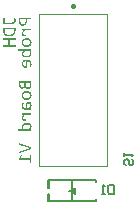
<source format=gbo>
%FSTAX24Y24*%
%MOIN*%
%SFA1B1*%

%IPPOS*%
%ADD11C,0.005910*%
%ADD13C,0.006000*%
%ADD22C,0.011810*%
%ADD23C,0.003940*%
%LNprobe-1*%
%LPD*%
G36*
X000762Y011504D02*
X000764Y011498D01*
X000765Y011496*
X000766Y011494*
X000767Y011492*
X000767Y011492*
X00077Y011484*
X000771Y01148*
X000772Y011477*
X000773Y011474*
X000774Y011472*
X000774Y01147*
Y01147*
X000776Y011461*
X000777Y011457*
X000777Y011453*
X000778Y01145*
X000779Y011448*
X000779Y011446*
Y011446*
X00078Y011436*
X00078Y011432*
Y011428*
X000781Y011425*
Y011421*
X00078Y011409*
X000779Y011398*
X000777Y011388*
X000776Y011384*
X000775Y01138*
X000775Y011377*
X000774Y011374*
X000773Y011371*
X000772Y011368*
X000772Y011367*
X000771Y011365*
X000771Y011364*
Y011364*
X000766Y011355*
X000762Y011347*
X000757Y011341*
X000753Y011335*
X000749Y011331*
X000746Y011327*
X000743Y011325*
X000743Y011324*
X000743*
X000736Y011319*
X000729Y011314*
X000722Y01131*
X000715Y011306*
X00071Y011304*
X000707Y011303*
X000705Y011302*
X000704Y011301*
X000703Y011301*
X000702Y0113*
X000701*
X000692Y011298*
X000684Y011296*
X000675Y011294*
X000667Y011293*
X000664Y011293*
X000661Y011293*
X000658*
X000656Y011292*
X000654*
X000653*
X000652*
X000652*
X000368*
Y011504*
X000416*
Y011349*
X000652*
X000659Y011349*
X000665Y01135*
X000672Y011351*
X000678Y011352*
X000683Y011353*
X000688Y011355*
X000692Y011357*
X000696Y011358*
X0007Y01136*
X000703Y011362*
X000706Y011363*
X000708Y011365*
X000709Y011366*
X00071Y011367*
X000711Y011367*
X000712Y011368*
X000715Y011371*
X000718Y011375*
X000721Y011379*
X000723Y011384*
X000725Y011388*
X000727Y011392*
X00073Y011401*
X00073Y011405*
X000731Y011408*
X000731Y011412*
X000732Y011414*
X000732Y011417*
Y01142*
X000732Y011429*
X000731Y011437*
X00073Y011445*
X000728Y011452*
X000726Y011458*
X000726Y011461*
X000725Y011463*
X000725Y011464*
X000724Y011466*
X000724Y011467*
Y011467*
X000721Y011476*
X000717Y011484*
X000714Y011491*
X00071Y011497*
X000707Y011502*
X000705Y011504*
X000704Y011506*
X000703Y011507*
X000703Y011509*
X000702Y011509*
Y01151*
X000758*
X000762Y011504*
G37*
G36*
X001304Y011454D02*
X001158D01*
Y011403*
X001157Y011388*
X001157Y011381*
X001156Y011374*
X001155Y011368*
X001154Y011362*
X001153Y011356*
X001152Y011351*
X001151Y011346*
X00115Y011342*
X001149Y011339*
X001147Y011336*
X001147Y011334*
X001146Y011332*
X001146Y011331*
Y011331*
X001141Y011319*
X001136Y01131*
X001131Y011301*
X001128Y011297*
X001125Y011294*
X001123Y011291*
X001121Y011288*
X001119Y011286*
X001117Y011284*
X001116Y011282*
X001115Y011281*
X001115Y011281*
X001114Y01128*
X001107Y011273*
X001099Y011267*
X001092Y011262*
X001085Y011258*
X001079Y011255*
X001077Y011254*
X001075Y011253*
X001073Y011252*
X001072Y011251*
X001071Y011251*
X00107*
X001061Y011248*
X001052Y011245*
X001044Y011244*
X001036Y011242*
X001033Y011242*
X00103Y011242*
X001027*
X001025Y011241*
X001023*
X001022*
X001021*
X001021*
X001009Y011242*
X000998Y011243*
X000992Y011244*
X000988Y011245*
X000983Y011247*
X000979Y011248*
X000976Y011249*
X000973Y01125*
X00097Y011251*
X000967Y011252*
X000966Y011253*
X000964Y011253*
X000964Y011254*
X000963*
X000955Y011259*
X000947Y011265*
X00094Y01127*
X000935Y011276*
X00093Y011281*
X000927Y011284*
X000926Y011286*
X000925Y011287*
X000924Y011287*
Y011288*
X000919Y011296*
X000915Y011304*
X000911Y011312*
X000908Y01132*
X000906Y011324*
X000905Y011327*
X000905Y011329*
X000904Y011332*
X000903Y011334*
X000903Y011335*
X000903Y011336*
Y011337*
X0009Y011347*
X000898Y011358*
X000897Y011367*
X000896Y011376*
Y01138*
X000896Y011384*
Y011387*
X000896Y011389*
Y01151*
X001304*
Y011454*
G37*
G36*
Y011089D02*
X001103D01*
X001096Y011083*
X00109Y011078*
X001084Y011074*
X001079Y01107*
X001075Y011066*
X001073Y011063*
X001071Y011062*
X00107Y011061*
X001065Y011056*
X001061Y011052*
X001057Y011047*
X001054Y011044*
X001051Y011041*
X001049Y011038*
X001048Y011037*
X001048Y011036*
X001045Y011032*
X001042Y011028*
X00104Y011024*
X001039Y01102*
X001037Y011017*
X001036Y011015*
X001035Y011014*
Y011013*
X001034Y011009*
X001033Y011005*
X001032Y011002*
X001032Y010998*
Y010995*
X001031Y010993*
Y010991*
X001032Y010987*
X001032Y010983*
X001034Y010975*
X001037Y010969*
X001041Y010963*
X001044Y010959*
X001047Y010956*
X001049Y010954*
X00105Y010954*
X00105*
X001054Y010951*
X001058Y010949*
X001067Y010946*
X001077Y010944*
X001087Y010943*
X001092Y010942*
X001096Y010942*
X0011*
X001103Y010941*
X001106*
X001108*
X00111*
X00111*
Y010886*
X001099*
X001088Y010886*
X001078Y010887*
X001069Y010889*
X001061Y010891*
X001053Y010893*
X001046Y010895*
X00104Y010897*
X001034Y0109*
X00103Y010902*
X001026Y010904*
X001022Y010906*
X00102Y010907*
X001018Y010909*
X001017Y010909*
X001016Y01091*
X001011Y010914*
X001006Y01092*
X001001Y010926*
X000998Y010932*
X000995Y010938*
X000992Y010944*
X00099Y01095*
X000988Y010956*
X000987Y010962*
X000986Y010967*
X000985Y010971*
X000985Y010976*
Y010979*
X000984Y010981*
Y010989*
X000985Y010994*
X000987Y011004*
X000989Y011013*
X000992Y011021*
X000993Y011025*
X000995Y011028*
X000996Y011031*
X000997Y011033*
X000998Y011035*
X000999Y011037*
X000999Y011038*
X001Y011038*
X001003Y011043*
X001006Y011048*
X001014Y011058*
X001022Y011067*
X00103Y011075*
X001033Y011079*
X001037Y011083*
X00104Y011086*
X001043Y011088*
X001045Y01109*
X001047Y011091*
X001048Y011092*
X001048Y011093*
X00099Y011095*
Y011144*
X001304*
Y011089*
G37*
G36*
X000776Y011093D02*
X000776Y011079D01*
X000775Y011066*
X000774Y01106*
X000774Y011054*
X000773Y011049*
X000772Y011044*
X000772Y011039*
X000771Y011036*
X000771Y011032*
X00077Y011029*
X000769Y011027*
X000769Y011025*
X000769Y011024*
Y011024*
X000766Y011013*
X000763Y011002*
X000759Y010993*
X000757Y010989*
X000756Y010985*
X000754Y010982*
X000753Y010979*
X000751Y010976*
X00075Y010974*
X00075Y010972*
X000749Y010971*
X000748Y01097*
Y01097*
X000743Y010962*
X000738Y010954*
X000732Y010947*
X000727Y010942*
X000723Y010937*
X000719Y010934*
X000718Y010932*
X000717Y010931*
X000716Y010931*
X000716Y010931*
X000709Y010925*
X000701Y01092*
X000694Y010915*
X000688Y010912*
X000682Y010909*
X00068Y010908*
X000678Y010907*
X000676Y010906*
X000675Y010905*
X000674Y010905*
X000674*
X000665Y010902*
X000656Y010898*
X000648Y010896*
X00064Y010894*
X000637Y010893*
X000633Y010893*
X000631Y010892*
X000628Y010891*
X000627Y010891*
X000625*
X000624Y01089*
X000624*
X000614Y010889*
X000604Y010888*
X000594Y010887*
X000586Y010886*
X000582Y010886*
X000578*
X000575Y010886*
X000572*
X00057*
X000569*
X000568*
X000568*
X000549Y010886*
X000532Y010888*
X000516Y01089*
X000501Y010893*
X000488Y010897*
X000475Y010901*
X000464Y010905*
X000454Y010909*
X000445Y010914*
X000438Y010918*
X000432Y010922*
X000426Y010926*
X000422Y010928*
X000419Y010931*
X000418Y010932*
X000417Y010933*
X000408Y010942*
X000401Y010953*
X000394Y010963*
X000388Y010975*
X000384Y010987*
X00038Y010999*
X000376Y011011*
X000374Y011022*
X000372Y011033*
X00037Y011043*
X000369Y011052*
X000369Y011056*
X000368Y01106*
X000368Y011063*
Y011069*
X000368Y011071*
Y011181*
X000776*
Y011093*
G37*
G36*
Y010773D02*
X000589D01*
Y010601*
X000776*
Y010545*
X000368*
Y010601*
X00054*
Y010773*
X000368*
Y010828*
X000776*
Y010773*
G37*
G36*
X001163Y010826D02*
X001176Y010825D01*
X001182Y010824*
X001188Y010823*
X001193Y010822*
X001198Y010821*
X001203Y01082*
X001206Y01082*
X00121Y010819*
X001213Y010818*
X001215Y010818*
X001217Y010817*
X001218Y010817*
X001218*
X001229Y010812*
X001239Y010808*
X001247Y010803*
X001251Y010801*
X001255Y010799*
X001258Y010797*
X001261Y010795*
X001263Y010793*
X001265Y010792*
X001267Y01079*
X001268Y010789*
X001268Y010789*
X001269Y010788*
X001276Y010781*
X001282Y010774*
X001287Y010766*
X001292Y010759*
X001295Y010752*
X001296Y01075*
X001297Y010748*
X001298Y010745*
X001299Y010744*
X001299Y010743*
Y010743*
X001303Y010733*
X001305Y010722*
X001307Y010712*
X001308Y010703*
X001309Y010698*
X001309Y010694*
X001309Y010691*
Y010688*
X00131Y010686*
Y010682*
X001309Y010669*
X001308Y010658*
X001307Y010652*
X001306Y010647*
X001305Y010642*
X001304Y010638*
X001303Y010634*
X001302Y01063*
X001301Y010627*
X001299Y010624*
X001299Y010622*
X001298Y010621*
X001298Y01062*
Y01062*
X001293Y010609*
X001287Y0106*
X001282Y010592*
X001276Y010585*
X001274Y010582*
X001271Y01058*
X001269Y010578*
X001268Y010576*
X001266Y010574*
X001265Y010573*
X001264Y010573*
X001264Y010572*
X001255Y010565*
X001247Y010559*
X001238Y010554*
X00123Y01055*
X001226Y010548*
X001222Y010547*
X001219Y010546*
X001217Y010545*
X001215Y010543*
X001213Y010543*
X001212Y010542*
X001212*
X0012Y010539*
X001188Y010537*
X001177Y010534*
X001172Y010534*
X001167Y010533*
X001162Y010533*
X001158*
X001154Y010532*
X001151Y010532*
X001148*
X001146*
X001145*
X001145*
X001131Y010532*
X001118Y010533*
X001111Y010534*
X001106Y010535*
X001101Y010536*
X001096Y010537*
X001091Y010538*
X001087Y010539*
X001084Y01054*
X001081Y01054*
X001079Y010541*
X001077Y010542*
X001076Y010542*
X001076*
X001065Y010546*
X001056Y010551*
X001047Y010555*
X001043Y010558*
X00104Y01056*
X001036Y010562*
X001034Y010564*
X001031Y010566*
X001029Y010567*
X001028Y010569*
X001027Y01057*
X001026Y01057*
X001026Y010571*
X001019Y010578*
X001013Y010585*
X001007Y010593*
X001003Y0106*
X001Y010606*
X000998Y010609*
X000997Y010611*
X000996Y010613*
X000996Y010615*
X000995Y010615*
Y010616*
X000992Y010626*
X000989Y010636*
X000987Y010647*
X000986Y010656*
X000985Y01066*
X000985Y010664*
X000985Y010667*
X000984Y010671*
Y010676*
X000985Y010689*
X000986Y010701*
X000987Y010706*
X000988Y010711*
X000989Y010716*
X00099Y010721*
X000992Y010725*
X000993Y010728*
X000994Y010732*
X000994Y010734*
X000996Y010736*
X000996Y010738*
X000997Y010739*
Y010739*
X001001Y010749*
X001007Y010758*
X001013Y010766*
X001018Y010773*
X001021Y010776*
X001023Y010779*
X001025Y010781*
X001027Y010783*
X001028Y010784*
X00103Y010785*
X00103Y010786*
X001031Y010786*
X001039Y010793*
X001048Y010799*
X001056Y010804*
X001065Y010809*
X001068Y01081*
X001072Y010812*
X001075Y010813*
X001077Y010814*
X001079Y010815*
X001081Y010816*
X001082Y010816*
X001082*
X001094Y01082*
X001106Y010822*
X001117Y010824*
X001122Y010825*
X001127Y010825*
X001132Y010826*
X001136*
X00114Y010826*
X001143Y010826*
X001145*
X001147*
X001149*
X001149*
X001163Y010826*
G37*
G36*
X00129Y010443D02*
X001293Y010432D01*
X001296Y010423*
X001298Y010414*
X001299Y01041*
X0013Y010407*
X001301Y010404*
X001302Y010401*
X001302Y010399*
X001302Y010397*
X001303Y010396*
Y010396*
X001304Y010385*
X001306Y010375*
X001306Y010365*
X001307Y010356*
X001307Y010353*
Y01035*
X001308Y010346*
Y010339*
X001307Y010326*
X001306Y010314*
X001305Y010308*
X001304Y010303*
X001303Y010298*
X001302Y010294*
X001301Y01029*
X0013Y010286*
X001299Y010283*
X001298Y01028*
X001298Y010278*
X001297Y010276*
X001297Y010275*
Y010275*
X001292Y010265*
X001287Y010255*
X001281Y010247*
X001276Y01024*
X001273Y010237*
X001271Y010234*
X001269Y010232*
X001267Y01023*
X001266Y010229*
X001265Y010228*
X001264Y010227*
X001264Y010227*
X001255Y01022*
X001246Y010213*
X001238Y010208*
X00123Y010204*
X001226Y010202*
X001222Y010201*
X001219Y010199*
X001217Y010198*
X001214Y010197*
X001213Y010197*
X001212Y010196*
X001212*
X0012Y010192*
X001188Y01019*
X001176Y010188*
X00117Y010187*
X001165Y010186*
X00116Y010186*
X001155Y010186*
X001152Y010185*
X001148Y010185*
X001145*
X001143*
X001142*
X001142*
X001128Y010185*
X001116Y010186*
X001111Y010187*
X001106Y010187*
X001101Y010188*
X001096Y010189*
X001092Y010189*
X001088Y01019*
X001085Y01019*
X001082Y010191*
X00108Y010191*
X001078Y010192*
X001077Y010192*
X001077*
X001067Y010195*
X001057Y010198*
X001049Y010202*
X001041Y010205*
X001038Y010207*
X001035Y010208*
X001033Y010209*
X001031Y01021*
X00103Y010211*
X001028Y010212*
X001028Y010213*
X001027*
X00102Y010218*
X001014Y010224*
X001008Y010229*
X001004Y010235*
X001Y01024*
X000998Y010243*
X000997Y010245*
X000996Y010246*
X000996Y010246*
Y010247*
X000992Y010254*
X000989Y010263*
X000987Y01027*
X000986Y010278*
X000985Y010284*
X000985Y010287*
X000984Y01029*
Y010294*
X000985Y010305*
X000986Y010316*
X000989Y010326*
X00099Y01033*
X000991Y010334*
X000992Y010338*
X000993Y010341*
X000994Y010344*
X000996Y010347*
X000996Y010348*
X000997Y01035*
X000998Y010351*
Y010351*
X001Y010356*
X001003Y010361*
X00101Y01037*
X001017Y010379*
X001025Y010386*
X001028Y01039*
X001031Y010393*
X001034Y010395*
X001037Y010397*
X001039Y010399*
X001041Y010401*
X001042Y010401*
X001042Y010402*
X000984Y010399*
X000862*
Y010453*
X001286*
X00129Y010443*
G37*
G36*
X001162Y010115D02*
X001175Y010114D01*
X00118Y010113*
X001186Y010112*
X001192Y010111*
X001196Y01011*
X001201Y01011*
X001205Y010109*
X001208Y010108*
X001211Y010108*
X001213Y010107*
X001215Y010107*
X001216Y010106*
X001216*
X001227Y010102*
X001237Y010098*
X001246Y010094*
X00125Y010091*
X001253Y010089*
X001256Y010087*
X001259Y010085*
X001261Y010083*
X001263Y010082*
X001265Y010081*
X001266Y01008*
X001267Y010079*
X001267Y010079*
X001275Y010072*
X001281Y010064*
X001286Y010056*
X001291Y010048*
X001294Y010041*
X001296Y010038*
X001297Y010036*
X001298Y010034*
X001298Y010032*
X001299Y010031*
Y010031*
X001302Y01002*
X001305Y010008*
X001307Y009996*
X001308Y009985*
X001309Y00998*
X001309Y009976*
X001309Y009972*
Y009968*
X00131Y009965*
Y009962*
X001309Y00995*
X001309Y00994*
X001308Y00993*
X001308Y009926*
X001307Y009921*
X001307Y009918*
X001307Y009914*
Y009911*
X001306Y009908*
X001306Y009906*
X001306Y009905*
Y009904*
X001304Y009893*
X001303Y009884*
X001301Y009875*
X001299Y009868*
X001298Y009865*
X001298Y009862*
X001297Y009859*
X001296Y009857*
X001296Y009855*
X001296Y009854*
X001295Y009854*
Y009853*
X001251*
X001253Y009861*
X001254Y009865*
X001254Y009868*
X001255Y009871*
X001256Y009873*
X001256Y009874*
Y009875*
X001258Y009884*
X001258Y009888*
X001259Y009892*
X00126Y009895*
X00126Y009898*
X00126Y009899*
Y0099*
X001261Y00991*
X001262Y009914*
X001262Y009918*
X001263Y009921*
Y009924*
X001263Y009926*
Y009927*
X001264Y009937*
Y009941*
X001264Y009945*
Y009954*
X001264Y009963*
X001263Y009972*
X001262Y00998*
X00126Y009987*
X001258Y009994*
X001256Y010001*
X001254Y010006*
X001251Y010012*
X001249Y010016*
X001246Y01002*
X001244Y010024*
X001243Y010026*
X001241Y010029*
X001239Y01003*
X001239Y010031*
X001238Y010031*
X001233Y010036*
X001228Y01004*
X001222Y010044*
X001216Y010047*
X00121Y010049*
X001204Y010051*
X001198Y010053*
X001192Y010055*
X001186Y010056*
X001181Y010057*
X001176Y010057*
X001172Y010058*
X001169*
X001167Y010058*
X001165*
X001164*
Y009838*
X00116Y009837*
X001155Y009837*
X001153Y009837*
X001152*
X001151*
X00115*
X001147*
X001144Y009836*
X001141*
X001137*
X001135*
X001133*
X001131*
X001131*
X001118Y009837*
X001107Y009838*
X001097Y009839*
X001092Y00984*
X001088Y009841*
X001084Y009842*
X001081Y009843*
X001077Y009843*
X001075Y009844*
X001073Y009845*
X001072Y009845*
X00107Y009845*
X00107*
X00106Y009849*
X001051Y009853*
X001044Y009857*
X001037Y009862*
X001034Y009864*
X001032Y009866*
X00103Y009868*
X001028Y009869*
X001026Y00987*
X001025Y009871*
X001025Y009871*
X001024Y009872*
X001018Y009879*
X001011Y009886*
X001007Y009893*
X001002Y009899*
X000999Y009905*
X000998Y009908*
X000997Y00991*
X000996Y009912*
X000995Y009913*
X000995Y009914*
Y009914*
X000991Y009924*
X000989Y009934*
X000987Y009944*
X000986Y009953*
X000985Y009957*
Y009961*
X000985Y009964*
X000984Y009967*
Y009973*
X000985Y009985*
X000986Y009996*
X000989Y010007*
X00099Y010011*
X000991Y010015*
X000992Y01002*
X000993Y010023*
X000994Y010026*
X000996Y010028*
X000996Y01003*
X000997Y010032*
X000998Y010033*
Y010033*
X001003Y010042*
X001009Y010051*
X001015Y010059*
X001021Y010065*
X001025Y010071*
X001028Y010073*
X00103Y010074*
X001031Y010076*
X001032Y010077*
X001033Y010077*
X001033Y010078*
X001042Y010084*
X001051Y01009*
X001059Y010095*
X001067Y010099*
X001071Y0101*
X001075Y010102*
X001077Y010103*
X00108Y010104*
X001082Y010105*
X001084Y010105*
X001085Y010106*
X001085*
X001096Y010109*
X001107Y010111*
X001118Y010113*
X001127Y010114*
X001132Y010114*
X001136Y010115*
X001139*
X001142Y010115*
X001145*
X001146*
X001147*
X001148*
X001162Y010115*
G37*
G36*
X001304Y009293D02*
X001304Y00928D01*
X001303Y009268*
X001302Y009262*
X001302Y009256*
X001301Y009251*
X0013Y009246*
X001299Y009242*
X001298Y009238*
X001298Y009235*
X001297Y009233*
X001297Y00923*
X001296Y009229*
X001296Y009228*
Y009227*
X001293Y009217*
X001289Y009207*
X001285Y009199*
X001281Y009191*
X001279Y009188*
X001278Y009185*
X001276Y009183*
X001275Y009181*
X001274Y009179*
X001273Y009178*
X001272Y009177*
Y009177*
X001266Y00917*
X00126Y009163*
X001253Y009158*
X001247Y009153*
X001242Y00915*
X00124Y009148*
X001238Y009147*
X001236Y009146*
X001235Y009145*
X001235Y009145*
X001234*
X001226Y009141*
X001217Y009139*
X001208Y009136*
X0012Y009135*
X001196Y009135*
X001193Y009134*
X001189Y009134*
X001187Y009134*
X001185*
X001184*
X001183*
X001182*
X001175Y009134*
X001168Y009135*
X001162Y009136*
X001156Y009137*
X001152Y009138*
X001149Y009139*
X001146Y00914*
X001146Y00914*
X00114Y009143*
X001134Y009146*
X00113Y009149*
X001126Y009152*
X001122Y009154*
X00112Y009156*
X001118Y009158*
X001118Y009158*
X001113Y009162*
X001109Y009167*
X001106Y009171*
X001103Y009175*
X001101Y009178*
X0011Y009181*
X001099Y009183*
X001098Y009184*
X001095Y009189*
X001093Y009195*
X001091Y0092*
X00109Y009205*
X001089Y009209*
X001088Y009212*
X001087Y009214*
Y009215*
X001085Y009209*
X001083Y009202*
X00108Y009197*
X001077Y009192*
X001074Y009187*
X001072Y009183*
X001068Y009179*
X001066Y009176*
X001063Y009173*
X00106Y009171*
X001058Y009169*
X001056Y009167*
X001055Y009166*
X001053Y009165*
X001053Y009164*
X001052*
X001048Y009161*
X001043Y009159*
X001033Y009155*
X001024Y009152*
X001015Y00915*
X001011Y00915*
X001007Y009149*
X001004Y009149*
X001001*
X000998Y009148*
X000997*
X000996*
X000995*
X000986Y009149*
X000977Y00915*
X00097Y009152*
X000962Y009154*
X000955Y009157*
X000949Y009161*
X000943Y009165*
X000938Y009169*
X000933Y009174*
X000928Y009179*
X000924Y009185*
X00092Y009191*
X000916Y009197*
X000913Y009203*
X000908Y009216*
X000904Y009228*
X000901Y009241*
X000899Y009252*
X000898Y009257*
X000897Y009262*
X000897Y009267*
X000896Y009271*
X000896Y009274*
Y009277*
X000896Y00928*
Y009398*
X001304*
Y009293*
G37*
G36*
X001163Y009067D02*
X001176Y009066D01*
X001182Y009065*
X001188Y009064*
X001193Y009063*
X001198Y009062*
X001203Y009061*
X001206Y00906*
X00121Y009059*
X001213Y009059*
X001215Y009058*
X001217Y009058*
X001218Y009057*
X001218*
X001229Y009053*
X001239Y009049*
X001247Y009044*
X001251Y009042*
X001255Y00904*
X001258Y009038*
X001261Y009035*
X001263Y009034*
X001265Y009032*
X001267Y009031*
X001268Y00903*
X001268Y00903*
X001269Y009029*
X001276Y009022*
X001282Y009014*
X001287Y009007*
X001292Y008999*
X001295Y008993*
X001296Y00899*
X001297Y008988*
X001298Y008986*
X001299Y008985*
X001299Y008984*
Y008984*
X001303Y008973*
X001305Y008963*
X001307Y008953*
X001308Y008943*
X001309Y008939*
X001309Y008935*
X001309Y008932*
Y008929*
X00131Y008926*
Y008923*
X001309Y00891*
X001308Y008898*
X001307Y008893*
X001306Y008888*
X001305Y008883*
X001304Y008879*
X001303Y008874*
X001302Y008871*
X001301Y008868*
X001299Y008865*
X001299Y008863*
X001298Y008862*
X001298Y008861*
Y00886*
X001293Y00885*
X001287Y008841*
X001282Y008833*
X001276Y008826*
X001274Y008823*
X001271Y008821*
X001269Y008818*
X001268Y008816*
X001266Y008815*
X001265Y008814*
X001264Y008813*
X001264Y008813*
X001255Y008806*
X001247Y0088*
X001238Y008795*
X00123Y008791*
X001226Y008789*
X001222Y008787*
X001219Y008786*
X001217Y008785*
X001215Y008784*
X001213Y008784*
X001212Y008783*
X001212*
X0012Y00878*
X001188Y008777*
X001177Y008775*
X001172Y008774*
X001167Y008774*
X001162Y008773*
X001158*
X001154Y008773*
X001151Y008773*
X001148*
X001146*
X001145*
X001145*
X001131Y008773*
X001118Y008774*
X001111Y008775*
X001106Y008776*
X001101Y008777*
X001096Y008778*
X001091Y008779*
X001087Y00878*
X001084Y00878*
X001081Y008781*
X001079Y008782*
X001077Y008782*
X001076Y008783*
X001076*
X001065Y008787*
X001056Y008791*
X001047Y008796*
X001043Y008798*
X00104Y008801*
X001036Y008803*
X001034Y008805*
X001031Y008807*
X001029Y008808*
X001028Y00881*
X001027Y008811*
X001026Y008811*
X001026Y008811*
X001019Y008819*
X001013Y008826*
X001007Y008833*
X001003Y008841*
X001Y008847*
X000998Y008849*
X000997Y008852*
X000996Y008854*
X000996Y008855*
X000995Y008856*
Y008856*
X000992Y008867*
X000989Y008877*
X000987Y008887*
X000986Y008897*
X000985Y008901*
X000985Y008905*
X000985Y008908*
X000984Y008911*
Y008917*
X000985Y00893*
X000986Y008941*
X000987Y008947*
X000988Y008952*
X000989Y008957*
X00099Y008962*
X000992Y008966*
X000993Y008969*
X000994Y008972*
X000994Y008975*
X000996Y008977*
X000996Y008979*
X000997Y00898*
Y00898*
X001001Y00899*
X001007Y008999*
X001013Y009007*
X001018Y009014*
X001021Y009017*
X001023Y009019*
X001025Y009022*
X001027Y009024*
X001028Y009025*
X00103Y009026*
X00103Y009027*
X001031Y009027*
X001039Y009034*
X001048Y00904*
X001056Y009045*
X001065Y009049*
X001068Y009051*
X001072Y009053*
X001075Y009054*
X001077Y009055*
X001079Y009056*
X001081Y009057*
X001082Y009057*
X001082*
X001094Y00906*
X001106Y009063*
X001117Y009065*
X001122Y009065*
X001127Y009066*
X001132Y009066*
X001136*
X00114Y009067*
X001143Y009067*
X001145*
X001147*
X001149*
X001149*
X001163Y009067*
G37*
G36*
X001227Y008702D02*
X001234Y008701D01*
X00124Y008701*
X001245Y0087*
X00125Y008698*
X001253Y008697*
X001255Y008697*
X001255Y008697*
X001256*
X001262Y008694*
X001267Y008692*
X001272Y008688*
X001276Y008686*
X001279Y008683*
X001282Y008681*
X001283Y008679*
X001284Y008679*
X001288Y008674*
X001292Y008669*
X001295Y008663*
X001298Y008658*
X0013Y008654*
X001302Y00865*
X001302Y008649*
X001303Y008648*
X001303Y008647*
Y008647*
X001305Y00864*
X001307Y008632*
X001308Y008624*
X001309Y008617*
X001309Y008611*
Y008608*
X00131Y008606*
Y008601*
X001309Y008591*
X001308Y008581*
X001306Y008571*
X001304Y008562*
X001303Y008559*
X001302Y008556*
X001301Y008553*
X0013Y00855*
X001299Y008549*
X001299Y008547*
X001298Y008546*
Y008546*
X001294Y008536*
X001288Y008526*
X001282Y008518*
X001276Y00851*
X001273Y008506*
X001271Y008503*
X001268Y0085*
X001266Y008498*
X001264Y008496*
X001263Y008495*
X001262Y008494*
X001262Y008494*
X001304Y008492*
Y008443*
X001088*
X001078Y008444*
X001069Y008445*
X001062Y008446*
X001055Y008448*
X00105Y008449*
X001047Y00845*
X001045Y008451*
X001044Y008451*
X001043Y008452*
X001042Y008452*
X001042*
X001035Y008456*
X001029Y008459*
X001023Y008464*
X001019Y008467*
X001015Y008471*
X001012Y008474*
X001011Y008476*
X00101Y008476*
Y008476*
X001006Y008483*
X001002Y008489*
X000998Y008496*
X000996Y008501*
X000994Y008507*
X000993Y008509*
X000992Y008511*
X000992Y008513*
X000991Y008514*
X000991Y008515*
Y008515*
X000989Y008524*
X000987Y008533*
X000986Y008541*
X000985Y008549*
Y008553*
X000985Y008556*
Y008559*
X000984Y008561*
Y008572*
X000985Y008578*
X000985Y008583*
Y008587*
X000985Y008592*
X000986Y008594*
X000986Y008596*
Y008597*
X000987Y008603*
X000988Y008608*
X000989Y008613*
X000989Y008618*
X00099Y008621*
X00099Y008624*
X000991Y008626*
Y008627*
X000992Y008632*
X000993Y008637*
X000994Y008641*
X000995Y008645*
X000996Y008649*
X000997Y008651*
X000997Y008653*
X000998Y008653*
X000999Y008658*
X001Y008662*
X001001Y008666*
X001002Y008669*
X001003Y008672*
X001004Y008674*
X001005Y008676*
Y008676*
X001053*
X00105Y008666*
X001046Y008656*
X001043Y008647*
X001041Y008639*
X00104Y008636*
X001039Y008633*
X001039Y00863*
X001038Y008627*
X001037Y008625*
X001037Y008624*
X001037Y008623*
Y008623*
X001035Y008613*
X001033Y008604*
X001032Y008595*
X001031Y008587*
X001031Y008583*
Y008577*
X001031Y008575*
Y00857*
X001031Y008564*
X001031Y008558*
X001032Y008552*
X001033Y008547*
X001034Y008542*
X001036Y008537*
X001037Y008533*
X001039Y00853*
X001041Y008527*
X001042Y008524*
X001044Y008522*
X001045Y00852*
X001046Y008518*
X001047Y008517*
X001047Y008517*
X001048Y008516*
X001051Y008513*
X001054Y00851*
X001058Y008508*
X001061Y008506*
X001069Y008503*
X001076Y0085*
X001082Y008499*
X001085Y008499*
X001087Y008499*
X001089Y008498*
X001091*
X001092*
X001092*
X001119*
Y008564*
X00112Y008576*
X00112Y008588*
X001122Y008599*
X001124Y008609*
X001126Y008618*
X001128Y008627*
X001131Y008634*
X001133Y008641*
X001135Y008647*
X001138Y008653*
X00114Y008657*
X001142Y008661*
X001144Y008663*
X001145Y008666*
X001146Y008667*
X001146Y008667*
X001152Y008674*
X001157Y008679*
X001163Y008684*
X001169Y008687*
X001175Y008691*
X001182Y008694*
X001188Y008696*
X001193Y008698*
X001199Y0087*
X001204Y008701*
X001209Y008701*
X001213Y008702*
X001216Y008702*
X001218Y008702*
X00122*
X00122*
X001227Y008702*
G37*
G36*
X001304Y008274D02*
X001103D01*
X001096Y008269*
X00109Y008263*
X001084Y008259*
X001079Y008255*
X001075Y008251*
X001073Y008248*
X001071Y008247*
X00107Y008246*
X001065Y008242*
X001061Y008237*
X001057Y008232*
X001054Y008229*
X001051Y008226*
X001049Y008223*
X001048Y008222*
X001048Y008221*
X001045Y008217*
X001042Y008213*
X00104Y008209*
X001039Y008205*
X001037Y008203*
X001036Y0082*
X001035Y008199*
Y008198*
X001034Y008194*
X001033Y008191*
X001032Y008187*
X001032Y008183*
Y00818*
X001031Y008178*
Y008177*
X001032Y008172*
X001032Y008168*
X001034Y00816*
X001037Y008154*
X001041Y008148*
X001044Y008144*
X001047Y008141*
X001049Y008139*
X00105Y008139*
X00105*
X001054Y008136*
X001058Y008135*
X001067Y008131*
X001077Y008129*
X001087Y008128*
X001092Y008127*
X001096Y008127*
X0011*
X001103Y008126*
X001106*
X001108*
X00111*
X00111*
Y008071*
X001099*
X001088Y008071*
X001078Y008073*
X001069Y008074*
X001061Y008076*
X001053Y008078*
X001046Y00808*
X00104Y008082*
X001034Y008085*
X00103Y008087*
X001026Y008089*
X001022Y008091*
X00102Y008092*
X001018Y008094*
X001017Y008094*
X001016Y008095*
X001011Y0081*
X001006Y008105*
X001001Y008111*
X000998Y008117*
X000995Y008123*
X000992Y008129*
X00099Y008135*
X000988Y008141*
X000987Y008147*
X000986Y008152*
X000985Y008156*
X000985Y008161*
Y008164*
X000984Y008167*
Y008174*
X000985Y008179*
X000987Y008189*
X000989Y008198*
X000992Y008206*
X000993Y00821*
X000995Y008213*
X000996Y008216*
X000997Y008219*
X000998Y00822*
X000999Y008222*
X000999Y008223*
X001Y008223*
X001003Y008228*
X001006Y008233*
X001014Y008243*
X001022Y008252*
X00103Y008261*
X001033Y008264*
X001037Y008268*
X00104Y008271*
X001043Y008273*
X001045Y008275*
X001047Y008277*
X001048Y008278*
X001048Y008278*
X00099Y00828*
Y008329*
X001304*
Y008274*
G37*
G36*
X001167Y008006D02*
X001178Y008005D01*
X001189Y008004*
X001194Y008003*
X001199Y008003*
X001203Y008002*
X001206Y008002*
X00121Y008001*
X001212Y008001*
X001215Y008*
X001216Y008*
X001217Y008*
X001218*
X001228Y007997*
X001237Y007993*
X001246Y00799*
X001253Y007987*
X001256Y007985*
X001259Y007984*
X001261Y007983*
X001263Y007981*
X001265Y007981*
X001266Y00798*
X001267Y007979*
X001267*
X001274Y007974*
X00128Y007968*
X001286Y007962*
X00129Y007957*
X001294Y007952*
X001296Y007948*
X001297Y007947*
X001298Y007946*
X001298Y007945*
Y007945*
X001302Y007937*
X001305Y007929*
X001307Y007921*
X001308Y007914*
X001309Y007907*
X001309Y007905*
Y007902*
X00131Y0079*
Y007898*
X001309Y007892*
X001309Y007886*
X001307Y007876*
X001305Y007866*
X001303Y007862*
X001302Y007857*
X0013Y007854*
X001299Y00785*
X001297Y007847*
X001296Y007845*
X001295Y007843*
X001295Y007841*
X001294Y007841*
Y00784*
X001291Y007836*
X001287Y007831*
X001279Y007821*
X001271Y007813*
X001263Y007806*
X00126Y007802*
X001256Y007799*
X001253Y007797*
X00125Y007795*
X001248Y007793*
X001246Y007792*
X001245Y007791*
X001245Y007791*
X001304Y007789*
Y00774*
X000862*
Y007795*
X000994*
X000992Y007805*
X000991Y00781*
X00099Y007814*
X000989Y007818*
X000989Y007821*
X000989Y007823*
Y007823*
X000987Y007834*
X000987Y007839*
Y007843*
X000986Y007847*
Y007853*
X000987Y007865*
X000988Y007878*
X00099Y007888*
X000991Y007893*
X000992Y007897*
X000993Y007901*
X000994Y007905*
X000995Y007908*
X000996Y007911*
X000997Y007913*
X000997Y007915*
X000998Y007916*
Y007916*
X001002Y007926*
X001007Y007935*
X001013Y007944*
X001018Y007951*
X001021Y007954*
X001023Y007956*
X001025Y007959*
X001027Y007961*
X001028Y007962*
X001029Y007963*
X00103Y007964*
X00103Y007964*
X001039Y007971*
X001048Y007977*
X001056Y007983*
X001065Y007987*
X001068Y007989*
X001072Y007991*
X001075Y007992*
X001078Y007993*
X00108Y007994*
X001082Y007995*
X001083Y007995*
X001083*
X001095Y007999*
X001107Y008002*
X001119Y008003*
X001125Y008004*
X00113Y008005*
X001135Y008005*
X00114Y008006*
X001144Y008006*
X001147*
X00115Y008006*
X001152*
X001153*
X001154*
X001167Y008006*
G37*
G36*
X001304Y0072D02*
Y007125D01*
X000896Y006986*
Y007045*
X001171Y007134*
X001252Y00716*
X001171Y007185*
X000896Y007273*
Y007335*
X001304Y0072*
G37*
G36*
X001008Y006923D02*
X000955Y006825D01*
X001253*
Y00693*
X001304*
Y006673*
X001253*
Y006764*
X000894*
Y006813*
X000962Y006943*
X001008Y006923*
G37*
%LNprobe-2*%
%LPC*%
G36*
X00111Y011454D02*
X000942D01*
Y011397*
X000942Y011389*
X000943Y011381*
X000944Y011374*
X000945Y011367*
X000947Y01136*
X000948Y011354*
X00095Y011349*
X000952Y011344*
X000954Y01134*
X000956Y011336*
X000958Y011333*
X000959Y01133*
X000961Y011328*
X000962Y011326*
X000963Y011326*
X000963Y011325*
X000967Y011321*
X000972Y011317*
X000976Y011313*
X000981Y01131*
X000986Y011308*
X000991Y011306*
X000996Y011304*
X001001Y011302*
X001006Y011301*
X00101Y011301*
X001014Y0113*
X001017Y0113*
X001019Y011299*
X001022*
X001023*
X001023*
X001031Y0113*
X001039Y0113*
X001045Y011302*
X001052Y011303*
X001058Y011306*
X001063Y011308*
X001068Y01131*
X001072Y011313*
X001076Y011315*
X001079Y011318*
X001082Y01132*
X001084Y011322*
X001086Y011324*
X001087Y011325*
X001088Y011326*
X001089Y011326*
X001092Y011332*
X001095Y011337*
X001099Y011343*
X001101Y01135*
X001103Y011356*
X001105Y011362*
X001107Y011374*
X001108Y01138*
X001109Y011385*
X001109Y01139*
X00111Y011394*
X00111Y011397*
Y011454*
G37*
G36*
X000728Y011125D02*
X000414D01*
Y011078*
X000415Y011065*
X000416Y011054*
X000417Y011049*
X000417Y011044*
X000418Y011039*
X000419Y011035*
X000419Y011031*
X00042Y011028*
X000421Y011025*
X000421Y011023*
X000422Y011021*
X000422Y01102*
X000423Y011019*
Y011019*
X000426Y01101*
X00043Y011002*
X000435Y010994*
X000439Y010988*
X000443Y010983*
X000446Y01098*
X000448Y010979*
X000449Y010978*
X000449Y010977*
X00045Y010977*
X000457Y010971*
X000465Y010966*
X000473Y010962*
X000481Y010958*
X000488Y010956*
X00049Y010955*
X000493Y010954*
X000495Y010953*
X000497Y010953*
X000498Y010952*
X000498*
X00051Y010949*
X000522Y010947*
X000535Y010946*
X00054Y010945*
X000546Y010945*
X000551Y010945*
X000556Y010944*
X00056*
X000564Y010944*
X000567*
X000569*
X000571*
X000571*
X000586Y010944*
X000599Y010945*
X000611Y010947*
X000623Y01095*
X000634Y010953*
X000644Y010957*
X000653Y010961*
X000662Y010966*
X00067Y010971*
X000677Y010976*
X000684Y010982*
X00069Y010988*
X000695Y010994*
X0007Y011001*
X000704Y011007*
X000708Y011014*
X000712Y01102*
X000715Y011027*
X000717Y011033*
X00072Y011039*
X000723Y011051*
X000724Y011057*
X000725Y011062*
X000726Y011067*
X000727Y011071*
X000727Y011075*
X000727Y011078*
X000728Y01108*
Y011125*
G37*
G36*
X001152Y010771D02*
X00115D01*
X001149*
X001147*
X001147*
X001138Y01077*
X001131Y01077*
X001123Y010769*
X001116Y010768*
X001111Y010767*
X001109Y010767*
X001107Y010767*
X001105Y010766*
X001104*
X001103Y010766*
X001103*
X001095Y010764*
X001089Y010761*
X001082Y010759*
X001077Y010756*
X001072Y010753*
X001069Y010751*
X001067Y01075*
X001066Y01075*
X001066*
X00106Y010745*
X001055Y010741*
X001051Y010736*
X001047Y010731*
X001044Y010727*
X001042Y010724*
X001041Y010722*
X00104Y010722*
Y010721*
X001037Y010714*
X001035Y010707*
X001033Y0107*
X001032Y010694*
X001031Y010688*
Y010685*
X001031Y010683*
Y010679*
X001031Y010672*
X001032Y010665*
X001033Y010658*
X001034Y010652*
X001036Y010648*
X001037Y010644*
X001037Y010643*
X001038Y010642*
X001038Y010642*
Y010641*
X001041Y010635*
X001045Y01063*
X001048Y010625*
X001052Y010621*
X001055Y010617*
X001058Y010615*
X001059Y010613*
X00106Y010613*
X001066Y010608*
X001072Y010605*
X001078Y010601*
X001084Y010599*
X001089Y010597*
X001093Y010595*
X001094Y010595*
X001095Y010595*
X001096Y010594*
X001096*
X001105Y010592*
X001113Y01059*
X001122Y010589*
X00113Y010588*
X001134*
X001137Y010588*
X00114*
X001142Y010588*
X001144*
X001146*
X001147*
X001147*
X001156Y010588*
X001164Y010588*
X001172Y010589*
X001178Y01059*
X001184Y010591*
X001186Y010591*
X001188Y010592*
X00119Y010592*
X001191*
X001192Y010593*
X001192*
X0012Y010595*
X001206Y010598*
X001213Y0106*
X001218Y010603*
X001222Y010605*
X001226Y010607*
X001228Y010609*
X001228Y010609*
X001229*
X001234Y010614*
X001239Y010618*
X001244Y010623*
X001247Y010627*
X001251Y010631*
X001253Y010635*
X001254Y010637*
X001254Y010637*
Y010638*
X001258Y010644*
X00126Y010651*
X001261Y010658*
X001263Y010665*
X001263Y010671*
Y010673*
X001264Y010675*
Y010679*
X001263Y010687*
X001263Y010694*
X001261Y010701*
X00126Y010707*
X001259Y010711*
X001258Y010715*
X001257Y010716*
X001257Y010717*
X001256Y010717*
Y010718*
X001253Y010724*
X00125Y010729*
X001246Y010734*
X001243Y010738*
X001239Y010742*
X001237Y010744*
X001235Y010746*
X001235Y010746*
X001229Y010751*
X001223Y010754*
X001217Y010757*
X001211Y01076*
X001206Y010762*
X001202Y010764*
X0012Y010764*
X001199Y010764*
X001199Y010765*
X001198*
X00119Y010767*
X001181Y010768*
X001172Y010769*
X001164Y01077*
X001161*
X001158Y01077*
X001154*
X001152Y010771*
G37*
G36*
X001251Y010399D02*
X001098D01*
X001092Y010394*
X001085Y010389*
X00108Y010384*
X001076Y01038*
X001072Y010377*
X001069Y010374*
X001068Y010373*
X001067Y010372*
X001062Y010367*
X001058Y010363*
X001055Y010359*
X001052Y010355*
X00105Y010352*
X001048Y01035*
X001047Y010348*
X001047Y010348*
X001044Y010344*
X001041Y010339*
X00104Y010336*
X001038Y010333*
X001037Y01033*
X001036Y010328*
X001035Y010326*
Y010326*
X001033Y010318*
X001033Y010314*
X001032Y010311*
X001032Y010309*
Y010305*
X001032Y010299*
X001033Y010293*
X001035Y010288*
X001036Y010284*
X001037Y010281*
X001039Y010278*
X00104Y010277*
X00104Y010276*
X001044Y010271*
X001048Y010268*
X001051Y010264*
X001055Y010261*
X001058Y010259*
X001061Y010257*
X001063Y010256*
X001063Y010256*
X001064*
X001069Y010253*
X001075Y010251*
X001081Y010249*
X001087Y010247*
X001092Y010246*
X001095Y010245*
X001097Y010245*
X001098Y010244*
X001099*
X001099*
X001107Y010243*
X001115Y010242*
X001122Y010242*
X001129Y010241*
X001135*
X001138Y010241*
X00114*
X001142*
X001143*
X001144*
X001144*
X001156Y010241*
X001167Y010242*
X001172Y010242*
X001177Y010243*
X001182Y010244*
X001185Y010244*
X001189Y010245*
X001192Y010246*
X001195Y010247*
X001197Y010247*
X001199Y010248*
X0012Y010248*
X001201Y010249*
X001201*
X001209Y010252*
X001217Y010255*
X001223Y010258*
X001228Y010262*
X001233Y010265*
X001236Y010267*
X001237Y010268*
X001238Y010269*
X001243Y010274*
X001247Y010279*
X001251Y010284*
X001253Y010289*
X001255Y010293*
X001257Y010296*
X001258Y010299*
X001258Y010299*
Y010299*
X00126Y010305*
X001261Y010312*
X001262Y010318*
X001263Y010324*
X001263Y010328*
X001264Y010332*
Y010335*
X001263Y010346*
X001263Y010352*
X001262Y010356*
X001261Y010361*
X001261Y010364*
X00126Y010366*
Y010367*
X001259Y010373*
X001257Y010379*
X001256Y010384*
X001254Y010389*
X001253Y010393*
X001252Y010396*
X001251Y010398*
X001251Y010398*
Y010399*
G37*
G36*
X001123Y010058D02*
X001115Y010057D01*
X001108Y010056*
X001101Y010055*
X001095Y010054*
X001091Y010052*
X001087Y010051*
X001086Y010051*
X001085Y01005*
X001085Y01005*
X001084*
X001078Y010047*
X001072Y010045*
X001067Y010042*
X001062Y010039*
X001059Y010037*
X001056Y010035*
X001055Y010033*
X001054Y010033*
X00105Y010029*
X001046Y010024*
X001042Y01002*
X00104Y010016*
X001037Y010013*
X001036Y01001*
X001035Y010008*
X001035Y010008*
X001032Y010002*
X001031Y009996*
X00103Y009991*
X001028Y009986*
X001028Y009981*
X001028Y009978*
Y009975*
X001028Y009967*
X001029Y009961*
X00103Y009954*
X001031Y009949*
X001033Y009945*
X001034Y009941*
X001035Y009939*
X001035Y009939*
X001038Y009933*
X001041Y009928*
X001044Y009923*
X001047Y00992*
X00105Y009917*
X001052Y009914*
X001054Y009913*
X001055Y009913*
X001059Y009909*
X001065Y009906*
X001069Y009903*
X001074Y009901*
X001078Y009899*
X001082Y009898*
X001084Y009898*
X001084Y009897*
X001084*
X001091Y009896*
X001098Y009895*
X001104Y009894*
X00111Y009893*
X001115Y009893*
X001119*
X00112*
X001121*
X001122*
X001123*
Y010058*
G37*
G36*
X00107Y009343D02*
X000942D01*
Y009286*
X000943Y009277*
X000943Y009269*
X000944Y009263*
X000945Y009257*
X000946Y009252*
X000947Y009249*
X000947Y009247*
X000947Y009246*
X000949Y009241*
X000951Y009235*
X000954Y009231*
X000956Y009227*
X000957Y009225*
X000959Y009222*
X00096Y009221*
X00096Y009221*
X000963Y009218*
X000966Y009215*
X000969Y009212*
X000973Y009211*
X000975Y009209*
X000977Y009208*
X000979Y009208*
X000979*
X000983Y009206*
X000988Y009205*
X000992Y009205*
X000995Y009204*
X000998*
X001001Y009204*
X001002*
X001003*
X001009Y009204*
X001015Y009205*
X00102Y009206*
X001024Y009207*
X001028Y009208*
X001031Y009209*
X001032Y00921*
X001033Y00921*
X001037Y009212*
X001042Y009215*
X001045Y009218*
X001048Y009221*
X001051Y009223*
X001052Y009225*
X001054Y009227*
X001054Y009227*
X001057Y009231*
X00106Y009236*
X001062Y00924*
X001064Y009244*
X001065Y009248*
X001066Y009251*
X001066Y009253*
X001067Y009253*
Y009254*
X001068Y00926*
X001069Y009265*
X001069Y009271*
X00107Y009276*
Y009281*
X00107Y009285*
Y009343*
G37*
G36*
X001257D02*
X001117D01*
Y009286*
X001117Y009278*
X001117Y00927*
X001118Y009263*
X001119Y009258*
X00112Y009253*
X001121Y009249*
X001121Y009247*
Y009246*
X001121Y009246*
Y009246*
X001123Y009239*
X001125Y009233*
X001128Y009228*
X00113Y009224*
X001132Y00922*
X001133Y009217*
X001134Y009216*
X001135Y009215*
X001138Y009211*
X001142Y009207*
X001145Y009203*
X001149Y009201*
X001151Y009199*
X001154Y009197*
X001155Y009196*
X001156Y009196*
X001161Y009194*
X001166Y009192*
X00117Y009191*
X001175Y00919*
X001178Y00919*
X001181Y009189*
X001183*
X001184*
X001184*
X001191Y00919*
X001197Y00919*
X001203Y009191*
X001209Y009193*
X001213Y009195*
X001218Y009196*
X001222Y009199*
X001226Y009201*
X001229Y009203*
X001232Y009205*
X001234Y009207*
X001236Y009209*
X001238Y009211*
X001239Y009212*
X001239Y009212*
X001239Y009213*
X001243Y009217*
X001245Y009222*
X001248Y009228*
X00125Y009234*
X001253Y009246*
X001255Y009257*
X001256Y009263*
X001256Y009268*
X001256Y009272*
X001257Y009276*
X001257Y00928*
Y009343*
G37*
G36*
X001152Y009011D02*
X00115D01*
X001149*
X001147*
X001147*
X001138Y009011*
X001131Y009011*
X001123Y00901*
X001116Y009009*
X001111Y009008*
X001109Y009008*
X001107Y009007*
X001105Y009007*
X001104*
X001103Y009007*
X001103*
X001095Y009005*
X001089Y009002*
X001082Y008999*
X001077Y008997*
X001072Y008994*
X001069Y008992*
X001067Y008991*
X001066Y00899*
X001066*
X00106Y008986*
X001055Y008981*
X001051Y008976*
X001047Y008972*
X001044Y008968*
X001042Y008965*
X001041Y008963*
X00104Y008962*
Y008962*
X001037Y008955*
X001035Y008948*
X001033Y008941*
X001032Y008934*
X001031Y008929*
Y008926*
X001031Y008924*
Y00892*
X001031Y008912*
X001032Y008905*
X001033Y008899*
X001034Y008893*
X001036Y008889*
X001037Y008885*
X001037Y008884*
X001038Y008883*
X001038Y008882*
Y008882*
X001041Y008876*
X001045Y00887*
X001048Y008865*
X001052Y008861*
X001055Y008858*
X001058Y008855*
X001059Y008854*
X00106Y008853*
X001066Y008849*
X001072Y008845*
X001078Y008842*
X001084Y008839*
X001089Y008838*
X001093Y008836*
X001094Y008836*
X001095Y008835*
X001096Y008835*
X001096*
X001105Y008833*
X001113Y008831*
X001122Y00883*
X00113Y008829*
X001134*
X001137Y008829*
X00114*
X001142Y008828*
X001144*
X001146*
X001147*
X001147*
X001156Y008829*
X001164Y008829*
X001172Y00883*
X001178Y008831*
X001184Y008832*
X001186Y008832*
X001188Y008833*
X00119Y008833*
X001191*
X001192Y008833*
X001192*
X0012Y008836*
X001206Y008838*
X001213Y008841*
X001218Y008844*
X001222Y008846*
X001226Y008848*
X001228Y008849*
X001228Y00885*
X001229*
X001234Y008854*
X001239Y008859*
X001244Y008864*
X001247Y008868*
X001251Y008872*
X001253Y008875*
X001254Y008878*
X001254Y008878*
Y008878*
X001258Y008885*
X00126Y008892*
X001261Y008899*
X001263Y008906*
X001263Y008911*
Y008914*
X001264Y008916*
Y00892*
X001263Y008928*
X001263Y008935*
X001261Y008941*
X00126Y008947*
X001259Y008952*
X001258Y008955*
X001257Y008957*
X001257Y008958*
X001256Y008958*
Y008958*
X001253Y008964*
X00125Y00897*
X001246Y008975*
X001243Y008979*
X001239Y008982*
X001237Y008985*
X001235Y008987*
X001235Y008987*
X001229Y008991*
X001223Y008995*
X001217Y008998*
X001211Y009001*
X001206Y009002*
X001202Y009004*
X0012Y009005*
X001199Y009005*
X001199Y009005*
X001198*
X00119Y009007*
X001181Y009009*
X001172Y00901*
X001164Y009011*
X001161*
X001158Y009011*
X001154*
X001152Y009011*
G37*
G36*
X001221Y008645D02*
X00122D01*
X001219*
X001218*
X001213Y008644*
X001209Y008644*
X001205Y008643*
X001202Y008642*
X001199Y008642*
X001196Y008641*
X001195Y008641*
X001195Y00864*
X001191Y008638*
X001187Y008636*
X001185Y008634*
X001182Y008632*
X00118Y008629*
X001178Y008628*
X001177Y008627*
X001177Y008626*
X001174Y008623*
X001172Y008619*
X00117Y008615*
X001168Y008611*
X001167Y008608*
X001166Y008605*
X001166Y008603*
X001165Y008602*
X001164Y008597*
X001163Y008591*
X001162Y008585*
X001161Y008579*
Y008575*
X001161Y008571*
Y008498*
X001217*
X001226Y008508*
X001233Y008518*
X001239Y008526*
X001244Y008534*
X001246Y008537*
X001248Y008541*
X00125Y008543*
X001251Y008545*
X001252Y008547*
X001252Y008549*
X001253Y008549*
Y00855*
X001257Y008558*
X001259Y008566*
X001261Y008574*
X001263Y00858*
X001263Y008585*
X001264Y008587*
Y008589*
X001264Y008591*
Y008598*
X001263Y008602*
X001263Y008607*
X001262Y00861*
X001262Y008613*
X001261Y008615*
X001261Y008617*
Y008617*
X001259Y00862*
X001258Y008624*
X001256Y008626*
X001254Y008628*
X001253Y00863*
X001252Y008632*
X001251Y008633*
X001251Y008633*
X001245Y008637*
X001241Y00864*
X001239Y008641*
X001237Y008641*
X001236Y008642*
X001236*
X001229Y008644*
X001227Y008644*
X001224Y008644*
X001221Y008645*
G37*
G36*
X001156Y007951D02*
X001153D01*
X001151*
X001151*
X00114Y00795*
X001129Y00795*
X001119Y007948*
X001111Y007947*
X001102Y007945*
X001095Y007943*
X001089Y007941*
X001083Y007938*
X001077Y007936*
X001073Y007934*
X001069Y007932*
X001066Y00793*
X001064Y007929*
X001062Y007927*
X001061Y007926*
X00106Y007926*
X001055Y007921*
X001051Y007916*
X001047Y00791*
X001044Y007905*
X001041Y007899*
X001039Y007893*
X001037Y007888*
X001035Y007882*
X001034Y007877*
X001033Y007872*
X001033Y007868*
X001032Y007864*
Y007861*
X001032Y007859*
Y007851*
X001032Y007845*
X001033Y007839*
X001033Y007834*
X001034Y00783*
X001034Y007827*
X001035Y007825*
Y007824*
X001036Y007819*
X001038Y007813*
X001039Y007808*
X001041Y007803*
X001042Y0078*
X001043Y007797*
X001044Y007795*
X001044Y007795*
X00119*
X001197Y007799*
X001203Y007804*
X001209Y007808*
X001214Y007813*
X001219Y007817*
X001223Y007821*
X001227Y007825*
X001231Y007829*
X001234Y007832*
X001237Y007834*
X001239Y007837*
X001241Y007839*
X001243Y007841*
X001244Y007842*
X001244Y007843*
X001245Y007843*
X001248Y007847*
X001251Y007851*
X001253Y007856*
X001255Y007859*
X001259Y007867*
X001261Y007874*
X001262Y007879*
X001262Y007881*
X001263Y007883*
X001263Y007885*
Y007887*
X001263Y007892*
X001262Y007898*
X001261Y007902*
X001259Y007907*
X001256Y007912*
X001254Y007915*
X001252Y007919*
X001249Y007922*
X001247Y007925*
X001244Y007927*
X001242Y007929*
X001239Y007931*
X001238Y007932*
X001236Y007933*
X001236Y007934*
X001235Y007934*
X00123Y007937*
X001223Y00794*
X001217Y007942*
X00121Y007944*
X001196Y007947*
X001183Y007949*
X001176Y007949*
X00117Y00795*
X001164Y00795*
X00116*
X001156Y007951*
G37*
%LNprobe-3*%
%LPD*%
G54D11*
X002653Y00575D02*
X002753Y00565D01*
X002653Y00575D02*
X002753Y00585D01*
Y00565D02*
Y00585D01*
X002553Y00575D02*
X002653D01*
Y005395D02*
Y006104D01*
X001903Y005395D02*
Y00565D01*
Y005395D02*
X003453D01*
Y005474*
X001903Y00585D02*
Y006104D01*
X003453*
Y006025D02*
Y006104D01*
X001853Y00565D02*
X001903D01*
X001853Y005395D02*
Y00565D01*
Y005395D02*
X001903D01*
X001853Y006104D02*
X001903D01*
X001853Y00585D02*
Y006104D01*
Y00585D02*
X001903D01*
G54D13*
X004053Y00595D02*
Y00565D01*
X003903*
X003853Y0057*
Y0059*
X003903Y00595*
X004053*
X003753Y00565D02*
X003653D01*
X003703*
Y00595*
X003753Y0059*
X00465Y0068D02*
X004699Y00675D01*
Y00665*
X00465Y0066*
X0046*
X00455Y00665*
Y00675*
X0045Y0068*
X00445*
X0044Y00675*
Y00665*
X00445Y0066*
X0044Y0069D02*
Y006999D01*
Y006949*
X004699*
X00465Y0069*
G54D22*
X0027Y011895D02*
D01*
X002698Y011895*
X002697Y011895*
X002695Y011894*
X002694Y011894*
X002693Y011894*
X002691Y011893*
X00269Y011892*
X002689Y011892*
X002688Y011891*
X002687Y01189*
X002686Y011889*
X002685Y011888*
X002684Y011887*
X002683Y011886*
X002682Y011885*
X002682Y011884*
X002681Y011882*
X002681Y011881*
X00268Y01188*
X00268Y011879*
X00268Y011877*
X00268Y011876*
Y011874*
X00268Y011873*
X00268Y011872*
X00268Y01187*
X002681Y011869*
X002681Y011868*
X002682Y011866*
X002682Y011865*
X002683Y011864*
X002684Y011863*
X002685Y011862*
X002686Y011861*
X002687Y01186*
X002688Y011859*
X002689Y011858*
X00269Y011858*
X002691Y011857*
X002693Y011857*
X002694Y011856*
X002695Y011856*
X002697Y011856*
X002698Y011855*
X0027Y011855*
D01*
X002701Y011855*
X002702Y011856*
X002704Y011856*
X002705Y011856*
X002706Y011857*
X002708Y011857*
X002709Y011858*
X00271Y011858*
X002711Y011859*
X002712Y01186*
X002713Y011861*
X002714Y011862*
X002715Y011863*
X002716Y011864*
X002717Y011865*
X002717Y011866*
X002718Y011868*
X002718Y011869*
X002719Y01187*
X002719Y011872*
X002719Y011873*
X002719Y011874*
Y011876*
X002719Y011877*
X002719Y011879*
X002719Y01188*
X002718Y011881*
X002718Y011882*
X002717Y011884*
X002717Y011885*
X002716Y011886*
X002715Y011887*
X002714Y011888*
X002713Y011889*
X002712Y01189*
X002711Y011891*
X00271Y011892*
X002709Y011892*
X002708Y011893*
X002706Y011894*
X002705Y011894*
X002704Y011894*
X002702Y011895*
X002701Y011895*
X0027Y011895*
G54D23*
X001558Y00658D02*
Y011619D01*
Y00658D02*
X003841D01*
Y011619*
X001558D02*
X003841D01*
M02*
</source>
